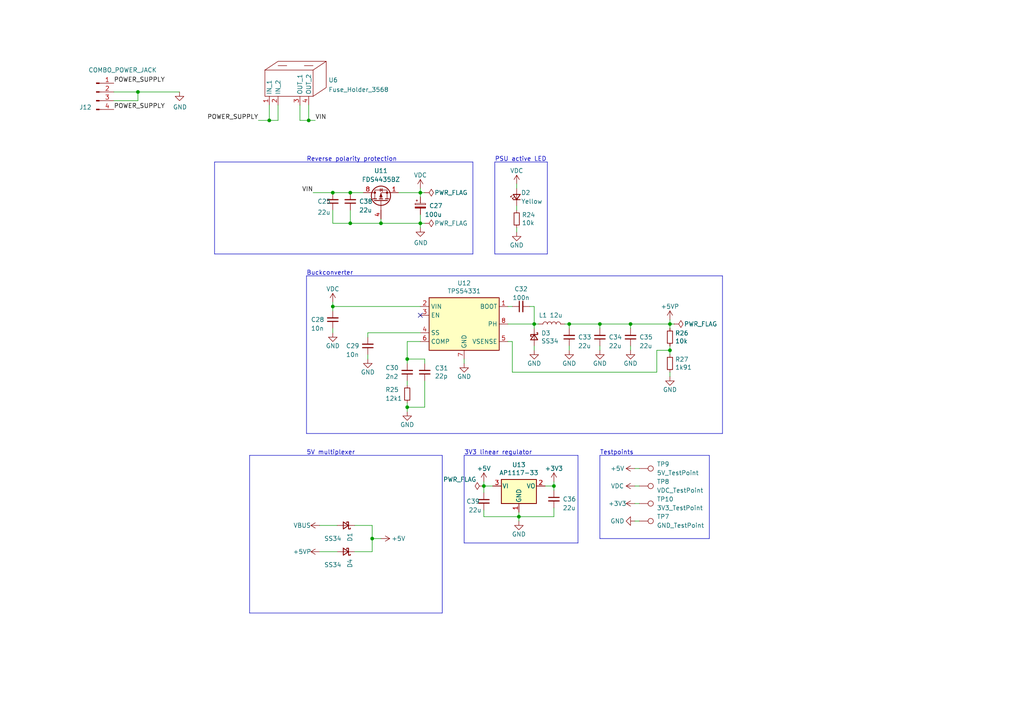
<source format=kicad_sch>
(kicad_sch (version 20231120) (generator "eeschema") (generator_version "8.0")
  (paper "A4")
  (title_block (title "LumenPnP Motherboard") (date "2022-03-29") (rev "003") (company "Opulo"))
  (lib_symbols
    (symbol "Connector:Conn_01x04_Male" (pin_names (offset 1.016) hide)
      (property "Reference" "J" (at 0 5.08 0))
      (property "Value" "Conn_01x04_Male" (at 0 -7.62 0))
      (symbol "Conn_01x04_Male_1_1"
        (polyline (pts (xy 1.27 -5.08) (xy 0.8636 -5.08)) (stroke (width 0.1524)))
        (polyline (pts (xy 1.27 -2.54) (xy 0.8636 -2.54)) (stroke (width 0.1524)))
        (polyline (pts (xy 1.27 0) (xy 0.8636 0)) (stroke (width 0.1524)))
        (polyline (pts (xy 1.27 2.54) (xy 0.8636 2.54)) (stroke (width 0.1524)))
        (rectangle (start 0.8636 -4.953) (end 0 -5.207) (stroke (width 0.1524)) (fill (type outline)))
        (rectangle (start 0.8636 -2.413) (end 0 -2.667) (stroke (width 0.1524)) (fill (type outline)))
        (rectangle (start 0.8636 0.127) (end 0 -0.127) (stroke (width 0.1524)) (fill (type outline)))
        (rectangle (start 0.8636 2.667) (end 0 2.413) (stroke (width 0.1524)) (fill (type outline)))
        (pin passive line (at 5.08 2.54 180) (length 3.81) (name "Pin_1") (number "1"))
        (pin passive line (at 5.08 0 180) (length 3.81) (name "Pin_2") (number "2"))
        (pin passive line (at 5.08 -2.54 180) (length 3.81) (name "Pin_3") (number "3"))
        (pin passive line (at 5.08 -5.08 180) (length 3.81) (name "Pin_4") (number "4"))
      )
    )
    (symbol "Connector:TestPoint" (pin_numbers hide) (pin_names (offset 0.762) hide)
      (property "Reference" "TP" (at 0 6.858 0))
      (property "Value" "TestPoint" (at 0 5.08 0))
      (symbol "TestPoint_0_1"
        (circle (center 0 3.302) (radius 0.762))
      )
      (symbol "TestPoint_1_1"
        (pin passive line (at 0 0 90) (length 2.54) (name "1") (number "1"))
      )
    )
    (symbol "Device:C_Polarized_Small" (pin_numbers hide) (pin_names (offset 0.254) hide)
      (property "Reference" "C" (at 0.254 1.778 0))
      (property "Value" "C_Polarized_Small" (at 0.254 -2.032 0))
      (symbol "C_Polarized_Small_0_1"
        (rectangle (start -1.524 -0.3048) (end 1.524 -0.6858) (fill (type outline)))
        (rectangle (start -1.524 0.6858) (end 1.524 0.3048))
        (polyline (pts (xy -1.27 1.524) (xy -0.762 1.524)))
        (polyline (pts (xy -1.016 1.27) (xy -1.016 1.778)))
      )
      (symbol "C_Polarized_Small_1_1"
        (pin passive line (at 0 2.54 270) (length 1.8542) (name "~") (number "1"))
        (pin passive line (at 0 -2.54 90) (length 1.8542) (name "~") (number "2"))
      )
    )
    (symbol "Device:C_Small" (pin_numbers hide) (pin_names (offset 0.254) hide)
      (property "Reference" "C" (at 0.254 1.778 0))
      (property "Value" "C_Small" (at 0.254 -2.032 0))
      (symbol "C_Small_0_1"
        (polyline (pts (xy -1.524 -0.508) (xy 1.524 -0.508)) (stroke (width 0.3302)))
        (polyline (pts (xy -1.524 0.508) (xy 1.524 0.508)) (stroke (width 0.3048)))
      )
      (symbol "C_Small_1_1"
        (pin passive line (at 0 2.54 270) (length 2.032) (name "~") (number "1"))
        (pin passive line (at 0 -2.54 90) (length 2.032) (name "~") (number "2"))
      )
    )
    (symbol "Device:D_Schottky_Small" (pin_numbers hide) (pin_names (offset 0.254) hide)
      (property "Reference" "D" (at -1.27 2.032 0))
      (property "Value" "D_Schottky_Small" (at -7.112 -2.032 0))
      (symbol "D_Schottky_Small_0_1"
        (polyline (pts (xy -0.762 0) (xy 0.762 0)))
        (polyline (pts (xy 0.762 -1.016) (xy -0.762 0) (xy 0.762 1.016) (xy 0.762 -1.016)) (stroke (width 0.254)))
        (polyline (pts (xy -1.27 0.762) (xy -1.27 1.016) (xy -0.762 1.016) (xy -0.762 -1.016) (xy -0.254 -1.016) (xy -0.254 -0.762)) (stroke (width 0.254)))
      )
      (symbol "D_Schottky_Small_1_1"
        (pin passive line (at -2.54 0 0) (length 1.778) (name "K") (number "1"))
        (pin passive line (at 2.54 0 180) (length 1.778) (name "A") (number "2"))
      )
    )
    (symbol "Device:L" (pin_numbers hide) (pin_names (offset 1.016) hide)
      (property "Reference" "L" (at -1.27 0 90))
      (property "Value" "L" (at 1.905 0 90))
      (symbol "L_0_1"
        (arc (start 0 -2.54) (mid 0.6323 -1.905) (end 0 -1.27))
        (arc (start 0 -1.27) (mid 0.6323 -0.635) (end 0 0))
        (arc (start 0 0) (mid 0.6323 0.635) (end 0 1.27))
        (arc (start 0 1.27) (mid 0.6323 1.905) (end 0 2.54))
      )
      (symbol "L_1_1"
        (pin passive line (at 0 3.81 270) (length 1.27) (name "1") (number "1"))
        (pin passive line (at 0 -3.81 90) (length 1.27) (name "2") (number "2"))
      )
    )
    (symbol "Device:LED_Small" (pin_numbers hide) (pin_names (offset 0.254) hide)
      (property "Reference" "D" (at -1.27 3.175 0))
      (property "Value" "LED_Small" (at -4.445 -2.54 0))
      (symbol "LED_Small_0_1"
        (polyline (pts (xy -0.762 -1.016) (xy -0.762 1.016)) (stroke (width 0.254)))
        (polyline (pts (xy 1.016 0) (xy -0.762 0)))
        (polyline (pts (xy 0.762 -1.016) (xy -0.762 0) (xy 0.762 1.016) (xy 0.762 -1.016)) (stroke (width 0.254)))
        (polyline (pts (xy 0 0.762) (xy -0.508 1.27) (xy -0.254 1.27) (xy -0.508 1.27) (xy -0.508 1.016)))
        (polyline (pts (xy 0.508 1.27) (xy 0 1.778) (xy 0.254 1.778) (xy 0 1.778) (xy 0 1.524)))
      )
      (symbol "LED_Small_1_1"
        (pin passive line (at -2.54 0 0) (length 1.778) (name "K") (number "1"))
        (pin passive line (at 2.54 0 180) (length 1.778) (name "A") (number "2"))
      )
    )
    (symbol "Device:R_Small" (pin_numbers hide) (pin_names (offset 0.254) hide)
      (property "Reference" "R" (at 0.762 0.508 0))
      (property "Value" "R_Small" (at 0.762 -1.016 0))
      (symbol "R_Small_0_1"
        (rectangle (start -0.762 1.778) (end 0.762 -1.778) (stroke (width 0.2032)))
      )
      (symbol "R_Small_1_1"
        (pin passive line (at 0 2.54 270) (length 0.762) (name "~") (number "1"))
        (pin passive line (at 0 -2.54 90) (length 0.762) (name "~") (number "2"))
      )
    )
    (symbol "Regulator_Linear:AP1117-33" (pin_names (offset 0.254))
      (property "Reference" "U" (at -3.81 3.175 0))
      (property "Value" "AP1117-33" (at 0 3.175 0))
      (symbol "AP1117-33_0_1"
        (rectangle (start -5.08 -5.08) (end 5.08 1.905) (stroke (width 0.254)) (fill (type background)))
      )
      (symbol "AP1117-33_1_1"
        (pin power_in line (at 0 -7.62 90) (length 2.54) (name "GND") (number "1"))
        (pin power_out line (at 7.62 0 180) (length 2.54) (name "VO") (number "2"))
        (pin power_in line (at -7.62 0 0) (length 2.54) (name "VI") (number "3"))
      )
    )
    (symbol "index:FDS4435BZ" (pin_names hide)
      (property "Reference" "Q" (at 5.08 1.905 0))
      (property "Value" "FDS4435BZ" (at 5.08 0 0))
      (symbol "FDS4435BZ_0_1"
        (polyline (pts (xy 0.254 0) (xy -2.54 0)))
        (polyline (pts (xy 0.254 1.905) (xy 0.254 -1.905)) (stroke (width 0.254)))
        (polyline (pts (xy 0.762 -1.27) (xy 0.762 -2.286)) (stroke (width 0.254)))
        (polyline (pts (xy 0.762 0.508) (xy 0.762 -0.508)) (stroke (width 0.254)))
        (polyline (pts (xy 0.762 2.286) (xy 0.762 1.27)) (stroke (width 0.254)))
        (polyline (pts (xy 2.54 2.54) (xy 2.54 1.778)))
        (polyline (pts (xy 2.54 -2.54) (xy 2.54 0) (xy 0.762 0)))
        (polyline (pts (xy 0.762 1.778) (xy 3.302 1.778) (xy 3.302 -1.778) (xy 0.762 -1.778)))
        (polyline (pts (xy 2.286 0) (xy 1.27 0.381) (xy 1.27 -0.381) (xy 2.286 0)) (fill (type outline)))
        (polyline (pts (xy 2.794 -0.508) (xy 2.921 -0.381) (xy 3.683 -0.381) (xy 3.81 -0.254)))
        (polyline (pts (xy 3.302 -0.381) (xy 2.921 0.254) (xy 3.683 0.254) (xy 3.302 -0.381)))
        (circle (center 1.651 0) (radius 2.794) (stroke (width 0.254)))
        (circle (center 2.54 -1.778) (radius 0.254) (fill (type outline)))
        (circle (center 2.54 1.778) (radius 0.254) (fill (type outline)))
      )
      (symbol "FDS4435BZ_1_1"
        (pin passive line (at 2.54 -5.08 90) (length 2.54) (name "S") (number "1"))
        (pin passive line (at 2.54 -5.08 90) (length 2.54) hide (name "S") (number "2"))
        (pin passive line (at 2.54 -5.08 90) (length 2.54) hide (name "S") (number "3"))
        (pin passive line (at -5.08 0 0) (length 2.54) (name "G") (number "4"))
        (pin passive line (at 2.54 5.08 270) (length 2.54) hide (name "D") (number "5"))
        (pin passive line (at 2.54 5.08 270) (length 2.54) hide (name "D") (number "6"))
        (pin passive line (at 2.54 5.08 270) (length 2.54) hide (name "D") (number "7"))
        (pin passive line (at 2.54 5.08 270) (length 2.54) (name "D") (number "8"))
      )
    )
    (symbol "index:Fuse_Holder_3568"
      (property "Reference" "U" (at 7.62 11.43 0))
      (property "Value" "Fuse_Holder_3568" (at 0 21.59 0))
      (symbol "Fuse_Holder_3568_0_1"
        (polyline (pts (xy -10.16 17.78) (xy 3.81 17.78)))
        (polyline (pts (xy -6.35 19.05) (xy -3.81 19.05)))
        (polyline (pts (xy 3.81 19.05) (xy 1.27 19.05)))
        (polyline (pts (xy -10.16 17.78) (xy -10.16 10.16) (xy 3.81 10.16)))
        (polyline (pts (xy 3.81 10.16) (xy 7.62 12.7) (xy 7.62 20.32)))
        (polyline (pts (xy -10.16 17.78) (xy -6.35 20.32) (xy 7.62 20.32) (xy 3.81 17.78) (xy 3.81 10.16)))
      )
      (symbol "Fuse_Holder_3568_1_1"
        (pin passive line (at -8.89 7.62 90) (length 2.54) (name "IN_1") (number "1"))
        (pin passive line (at -6.35 7.62 90) (length 2.54) (name "IN_2") (number "2"))
        (pin passive line (at 0 7.62 90) (length 2.54) (name "OUT_1") (number "3"))
        (pin passive line (at 2.54 7.62 90) (length 2.54) (name "OUT_2") (number "4"))
      )
    )
    (symbol "index:TPS54331"
      (property "Reference" "U" (at -8.89 8.89 0))
      (property "Value" "TPS54331" (at 3.81 8.89 0))
      (symbol "TPS54331_1_1"
        (rectangle (start -10.16 7.62) (end 10.16 -7.62) (stroke (width 0.254)) (fill (type background)))
        (pin output line (at 12.7 5.08 180) (length 2.54) (name "BOOT") (number "1"))
        (pin power_in line (at -12.7 5.08 0) (length 2.54) (name "VIN") (number "2"))
        (pin input line (at -12.7 2.54 0) (length 2.54) (name "EN") (number "3"))
        (pin output line (at -12.7 -2.54 0) (length 2.54) (name "SS") (number "4"))
        (pin input line (at 12.7 -5.08 180) (length 2.54) (name "VSENSE") (number "5"))
        (pin output line (at -12.7 -5.08 0) (length 2.54) (name "COMP") (number "6"))
        (pin power_in line (at 0 -10.16 90) (length 2.54) (name "GND") (number "7"))
        (pin output line (at 12.7 0 180) (length 2.54) (name "PH") (number "8"))
      )
    )
    (symbol "power:+3V3" (power) (pin_names (offset 0))
      (property "Value" "+3V3" (at 0 3.556 0))
      (symbol "+3V3_0_1"
        (polyline (pts (xy -0.762 1.27) (xy 0 2.54)))
        (polyline (pts (xy 0 0) (xy 0 2.54)))
        (polyline (pts (xy 0 2.54) (xy 0.762 1.27)))
      )
      (symbol "+3V3_1_1"
        (pin power_in line (at 0 0 90) (length 0) hide (name "+3V3") (number "1"))
      )
    )
    (symbol "power:+5V" (power) (pin_names (offset 0))
      (property "Value" "+5V" (at 0 3.556 0))
      (symbol "+5V_0_1"
        (polyline (pts (xy -0.762 1.27) (xy 0 2.54)))
        (polyline (pts (xy 0 0) (xy 0 2.54)))
        (polyline (pts (xy 0 2.54) (xy 0.762 1.27)))
      )
      (symbol "+5V_1_1"
        (pin power_in line (at 0 0 90) (length 0) hide (name "+5V") (number "1"))
      )
    )
    (symbol "power:+5VP" (power) (pin_names (offset 0))
      (property "Value" "+5VP" (at 0 3.556 0))
      (symbol "+5VP_0_1"
        (polyline (pts (xy -0.762 1.27) (xy 0 2.54)))
        (polyline (pts (xy 0 0) (xy 0 2.54)))
        (polyline (pts (xy 0 2.54) (xy 0.762 1.27)))
      )
      (symbol "+5VP_1_1"
        (pin power_in line (at 0 0 90) (length 0) hide (name "+5VP") (number "1"))
      )
    )
    (symbol "power:GND" (power) (pin_names (offset 0))
      (property "Value" "GND" (at 0 -3.81 0))
      (symbol "GND_0_1"
        (polyline (pts (xy 0 0) (xy 0 -1.27) (xy 1.27 -1.27) (xy 0 -2.54) (xy -1.27 -1.27) (xy 0 -1.27)))
      )
      (symbol "GND_1_1"
        (pin power_in line (at 0 0 270) (length 0) hide (name "GND") (number "1"))
      )
    )
    (symbol "power:PWR_FLAG" (power) (pin_numbers hide) (pin_names (offset 0) hide)
      (property "Value" "PWR_FLAG" (at 0 3.81 0))
      (symbol "PWR_FLAG_0_0"
        (pin power_out line (at 0 0 90) (length 0) (name "pwr") (number "1"))
      )
      (symbol "PWR_FLAG_0_1"
        (polyline (pts (xy 0 0) (xy 0 1.27) (xy -1.016 1.905) (xy 0 2.54) (xy 1.016 1.905) (xy 0 1.27)))
      )
    )
    (symbol "power:VBUS" (power) (pin_names (offset 0))
      (property "Value" "VBUS" (at 0 3.81 0))
      (symbol "VBUS_0_1"
        (polyline (pts (xy -0.762 1.27) (xy 0 2.54)))
        (polyline (pts (xy 0 0) (xy 0 2.54)))
        (polyline (pts (xy 0 2.54) (xy 0.762 1.27)))
      )
      (symbol "VBUS_1_1"
        (pin power_in line (at 0 0 90) (length 0) hide (name "VBUS") (number "1"))
      )
    )
    (symbol "power:VDC" (power) (pin_names (offset 0))
      (property "Value" "VDC" (at 0 6.35 0))
      (symbol "VDC_0_1"
        (polyline (pts (xy -0.762 1.27) (xy 0 2.54)))
        (polyline (pts (xy 0 0) (xy 0 2.54)))
        (polyline (pts (xy 0 2.54) (xy 0.762 1.27)))
      )
      (symbol "VDC_1_1"
        (pin power_in line (at 0 0 90) (length 0) hide (name "VDC") (number "1"))
      )
    )
  )
  (junction (at 182.88 93.98))
  (junction (at 118.11 118.11))
  (junction (at 194.31 93.98))
  (junction (at 121.92 55.88))
  (junction (at 121.92 64.77))
  (junction (at 150.495 149.86))
  (junction (at 107.95 156.21))
  (junction (at 118.11 104.14))
  (junction (at 40.005 26.67))
  (junction (at 140.335 140.97))
  (junction (at 89.535 34.925))
  (junction (at 160.655 140.97))
  (junction (at 154.94 93.98))
  (junction (at 96.52 55.88))
  (junction (at 110.49 64.77))
  (junction (at 165.1 93.98))
  (junction (at 173.99 93.98))
  (junction (at 101.6 64.77))
  (junction (at 78.105 34.925))
  (junction (at 101.6 55.88))
  (junction (at 194.31 101.6))
  (junction (at 96.52 88.9))
  (no_connect (at 121.92 91.44))
  (polyline (pts (xy 173.99 132.08) (xy 173.99 156.21)))
  (wire (pts (xy 33.02 29.21) (xy 40.005 29.21)))
  (wire (pts (xy 40.005 26.67) (xy 52.07 26.67)))
  (polyline (pts (xy 167.64 157.48) (xy 134.62 157.48)))
  (polyline (pts (xy 62.23 46.99) (xy 137.16 46.99)))
  (polyline (pts (xy 134.62 132.08) (xy 167.64 132.08)))
  (wire (pts (xy 107.95 160.02) (xy 107.95 156.21)))
  (wire (pts (xy 92.71 160.02) (xy 97.79 160.02)))
  (polyline (pts (xy 158.75 46.99) (xy 158.75 73.66)))
  (polyline (pts (xy 72.39 132.08) (xy 128.27 132.08)))
  (wire (pts (xy 96.52 95.25) (xy 96.52 96.52)))
  (wire (pts (xy 194.31 93.98) (xy 194.31 95.25)))
  (polyline (pts (xy 62.23 46.99) (xy 62.23 73.66)))
  (wire (pts (xy 102.87 160.02) (xy 107.95 160.02)))
  (wire (pts (xy 154.94 88.9) (xy 154.94 93.98)))
  (polyline (pts (xy 72.39 132.08) (xy 72.39 177.8)))
  (wire (pts (xy 121.92 55.88) (xy 123.19 55.88)))
  (wire (pts (xy 184.15 151.13) (xy 185.42 151.13)))
  (wire (pts (xy 123.19 118.11) (xy 123.19 110.49)))
  (wire (pts (xy 106.68 102.87) (xy 106.68 104.14)))
  (wire (pts (xy 148.59 99.06) (xy 148.59 107.95)))
  (wire (pts (xy 89.535 30.48) (xy 89.535 34.925)))
  (wire (pts (xy 33.02 26.67) (xy 40.005 26.67)))
  (wire (pts (xy 182.88 100.33) (xy 182.88 101.6)))
  (wire (pts (xy 190.5 107.95) (xy 190.5 101.6)))
  (wire (pts (xy 110.49 63.5) (xy 110.49 64.77)))
  (wire (pts (xy 184.15 146.05) (xy 185.42 146.05)))
  (wire (pts (xy 190.5 101.6) (xy 194.31 101.6)))
  (polyline (pts (xy 173.99 132.08) (xy 205.74 132.08)))
  (wire (pts (xy 154.94 93.98) (xy 156.21 93.98)))
  (wire (pts (xy 78.105 34.925) (xy 80.645 34.925)))
  (wire (pts (xy 118.11 104.14) (xy 118.11 99.06)))
  (wire (pts (xy 118.11 116.84) (xy 118.11 118.11)))
  (wire (pts (xy 147.32 99.06) (xy 148.59 99.06)))
  (wire (pts (xy 148.59 88.9) (xy 147.32 88.9)))
  (wire (pts (xy 96.52 55.88) (xy 101.6 55.88)))
  (wire (pts (xy 163.83 93.98) (xy 165.1 93.98)))
  (polyline (pts (xy 205.74 132.08) (xy 205.74 156.21)))
  (wire (pts (xy 121.92 64.77) (xy 110.49 64.77)))
  (wire (pts (xy 102.87 152.4) (xy 107.95 152.4)))
  (wire (pts (xy 140.335 147.955) (xy 140.335 149.86)))
  (wire (pts (xy 121.92 54.61) (xy 121.92 55.88)))
  (wire (pts (xy 40.005 26.67) (xy 40.005 29.21)))
  (wire (pts (xy 86.995 34.925) (xy 89.535 34.925)))
  (wire (pts (xy 121.92 64.77) (xy 123.19 64.77)))
  (wire (pts (xy 121.92 64.77) (xy 121.92 66.04)))
  (polyline (pts (xy 209.55 125.73) (xy 88.9 125.73)))
  (wire (pts (xy 123.19 104.14) (xy 118.11 104.14)))
  (wire (pts (xy 173.99 100.33) (xy 173.99 101.6)))
  (wire (pts (xy 154.94 100.33) (xy 154.94 101.6)))
  (wire (pts (xy 89.535 34.925) (xy 91.44 34.925)))
  (wire (pts (xy 118.11 118.11) (xy 118.11 119.38)))
  (wire (pts (xy 140.335 149.86) (xy 150.495 149.86)))
  (polyline (pts (xy 134.62 132.08) (xy 134.62 157.48)))
  (polyline (pts (xy 128.27 177.8) (xy 72.39 177.8)))
  (wire (pts (xy 154.94 93.98) (xy 154.94 95.25)))
  (wire (pts (xy 140.335 139.7) (xy 140.335 140.97)))
  (wire (pts (xy 96.52 88.9) (xy 96.52 90.17)))
  (wire (pts (xy 101.6 55.88) (xy 105.41 55.88)))
  (wire (pts (xy 148.59 107.95) (xy 190.5 107.95)))
  (wire (pts (xy 184.15 140.97) (xy 185.42 140.97)))
  (wire (pts (xy 150.495 149.86) (xy 150.495 151.13)))
  (wire (pts (xy 107.95 156.21) (xy 110.49 156.21)))
  (wire (pts (xy 149.86 66.04) (xy 149.86 67.31)))
  (wire (pts (xy 160.655 147.32) (xy 160.655 149.86)))
  (wire (pts (xy 149.86 59.69) (xy 149.86 60.96)))
  (wire (pts (xy 107.95 152.4) (xy 107.95 156.21)))
  (wire (pts (xy 160.655 139.7) (xy 160.655 140.97)))
  (wire (pts (xy 194.31 92.71) (xy 194.31 93.98)))
  (wire (pts (xy 106.68 96.52) (xy 121.92 96.52)))
  (wire (pts (xy 118.11 110.49) (xy 118.11 111.76)))
  (wire (pts (xy 194.31 100.33) (xy 194.31 101.6)))
  (wire (pts (xy 96.52 87.63) (xy 96.52 88.9)))
  (polyline (pts (xy 158.75 73.66) (xy 143.51 73.66)))
  (wire (pts (xy 147.32 93.98) (xy 154.94 93.98)))
  (wire (pts (xy 194.31 101.6) (xy 194.31 102.87)))
  (wire (pts (xy 194.31 109.22) (xy 194.31 107.95)))
  (polyline (pts (xy 88.9 80.01) (xy 88.9 125.73)))
  (wire (pts (xy 92.71 152.4) (xy 97.79 152.4)))
  (wire (pts (xy 173.99 93.98) (xy 182.88 93.98)))
  (wire (pts (xy 165.1 100.33) (xy 165.1 101.6)))
  (wire (pts (xy 118.11 104.14) (xy 118.11 105.41)))
  (wire (pts (xy 182.88 93.98) (xy 194.31 93.98)))
  (wire (pts (xy 140.335 140.97) (xy 142.875 140.97)))
  (wire (pts (xy 140.335 140.97) (xy 140.335 142.875)))
  (polyline (pts (xy 209.55 80.01) (xy 209.55 125.73)))
  (wire (pts (xy 90.805 55.88) (xy 96.52 55.88)))
  (wire (pts (xy 160.655 149.86) (xy 150.495 149.86)))
  (polyline (pts (xy 143.51 46.99) (xy 143.51 73.66)))
  (polyline (pts (xy 167.64 132.08) (xy 167.64 157.48)))
  (wire (pts (xy 158.115 140.97) (xy 160.655 140.97)))
  (wire (pts (xy 134.62 104.14) (xy 134.62 105.41)))
  (polyline (pts (xy 205.74 156.21) (xy 173.99 156.21)))
  (wire (pts (xy 165.1 93.98) (xy 173.99 93.98)))
  (wire (pts (xy 96.52 60.96) (xy 96.52 64.77)))
  (wire (pts (xy 184.15 135.89) (xy 185.42 135.89)))
  (wire (pts (xy 150.495 148.59) (xy 150.495 149.86)))
  (wire (pts (xy 153.67 88.9) (xy 154.94 88.9)))
  (wire (pts (xy 194.31 93.98) (xy 195.58 93.98)))
  (wire (pts (xy 182.88 93.98) (xy 182.88 95.25)))
  (wire (pts (xy 149.86 53.34) (xy 149.86 54.61)))
  (wire (pts (xy 118.11 99.06) (xy 121.92 99.06)))
  (wire (pts (xy 165.1 93.98) (xy 165.1 95.25)))
  (wire (pts (xy 121.92 62.23) (xy 121.92 64.77)))
  (wire (pts (xy 173.99 93.98) (xy 173.99 95.25)))
  (polyline (pts (xy 137.16 73.66) (xy 62.23 73.66)))
  (wire (pts (xy 101.6 64.77) (xy 101.6 60.96)))
  (wire (pts (xy 96.52 64.77) (xy 101.6 64.77)))
  (wire (pts (xy 115.57 55.88) (xy 121.92 55.88)))
  (wire (pts (xy 160.655 142.24) (xy 160.655 140.97)))
  (polyline (pts (xy 88.9 80.01) (xy 209.55 80.01)))
  (wire (pts (xy 78.105 30.48) (xy 78.105 34.925)))
  (wire (pts (xy 74.93 34.925) (xy 78.105 34.925)))
  (wire (pts (xy 106.68 96.52) (xy 106.68 97.79)))
  (wire (pts (xy 121.92 55.88) (xy 121.92 57.15)))
  (polyline (pts (xy 137.16 46.99) (xy 137.16 73.66)))
  (wire (pts (xy 86.995 30.48) (xy 86.995 34.925)))
  (polyline (pts (xy 128.27 132.08) (xy 128.27 177.8)))
  (wire (pts (xy 96.52 88.9) (xy 121.92 88.9)))
  (wire (pts (xy 80.645 34.925) (xy 80.645 30.48)))
  (wire (pts (xy 101.6 64.77) (xy 110.49 64.77)))
  (polyline (pts (xy 143.51 46.99) (xy 158.75 46.99)))
  (wire (pts (xy 123.19 105.41) (xy 123.19 104.14)))
  (wire (pts (xy 118.11 118.11) (xy 123.19 118.11)))
  (text "Buckconverter" (at 88.9 80.01 0) (effects (font (size 1.27 1.27)) (justify left bottom)))
  (text "Reverse polarity protection" (at 88.9 46.99 0) (effects (font (size 1.27 1.27)) (justify left bottom)))
  (text "Testpoints" (at 173.99 132.08 0) (effects (font (size 1.27 1.27)) (justify left bottom)))
  (text "PSU active LED" (at 143.51 46.99 0) (effects (font (size 1.27 1.27)) (justify left bottom)))
  (text "3V3 linear regulator" (at 134.62 132.08 0) (effects (font (size 1.27 1.27)) (justify left bottom)))
  (text "5V multiplexer" (at 88.9 132.08 0) (effects (font (size 1.27 1.27)) (justify left bottom)))
  (label "VIN" (at 90.805 55.88 180))
  (label "POWER_SUPPLY" (at 74.93 34.925 180))
  (label "POWER_SUPPLY" (at 33.02 31.75 0))
  (label "VIN" (at 91.44 34.925 0))
  (label "POWER_SUPPLY" (at 33.02 24.13 0))
  (symbol (lib_id "Device:C_Polarized_Small") (at 121.92 59.69 0) (unit 1)
    (property "Reference" "C27" (at 124.46 59.69 0) (effects (justify left)))
    (property "Value" "100u" (at 123.19 62.23 0) (effects (justify left)))
    (property "Footprint" "Capacitor_SMD:CP_Elec_6.3x7.7" (effects (hide yes)))
    (property "Digikey" "493-2203-1-ND" (effects (hide yes)))
    (property "JLCPCB" "C99837" (effects (hide yes)))
    (property "LCSC" "C3339" (effects (hide yes)))
    (property "Mouser" "647-UWT1V101MCL1S" (effects (hide yes)))
    (property "Notes" "35V/20%/Aluminum" (effects (hide yes)))
  )
  (symbol (lib_id "Device:L") (at 160.02 93.98 90) (unit 1)
    (property "Reference" "L1" (at 157.48 91.44 90))
    (property "Value" "12u" (at 161.29 91.44 90))
    (property "Footprint" "Inductor_SMD:L_Coilcraft_XAL60xx_6.36x6.56mm" (effects (hide yes)))
    (property "Digikey" "ASPI-6045S-120M-TCT-ND" (effects (hide yes)))
    (property "LCSC" "C168077" (effects (hide yes)))
    (property "Mouser" "815-ASPI-6045S-120MT" (effects (hide yes)))
  )
  (symbol (lib_id "Device:R_Small") (at 194.31 97.79 0) (unit 1)
    (property "Reference" "R26" (at 195.8086 96.6216 0) (effects (justify left)))
    (property "Value" "10k" (at 195.8086 98.933 0) (effects (justify left)))
    (property "Footprint" "Resistor_SMD:R_0805_2012Metric" (effects (hide yes)))
    (property "Digikey" "RMCF0805FT10K0CT-ND" (effects (hide yes)))
    (property "JLCPCB" "C17414" (effects (hide yes)))
    (property "LCSC" "C115295" (effects (hide yes)))
    (property "Mouser" "71-CRCW080510K0FKEAC" (effects (hide yes)))
    (property "Notes" "125mW/1%" (effects (hide yes)))
  )
  (symbol (lib_id "Device:R_Small") (at 194.31 105.41 0) (unit 1)
    (property "Reference" "R27" (at 195.8086 104.2416 0) (effects (justify left)))
    (property "Value" "1k91" (at 195.8086 106.553 0) (effects (justify left)))
    (property "Footprint" "Resistor_SMD:R_0805_2012Metric" (effects (hide yes)))
    (property "Datasheet" "https://www.vishay.com/docs/20035/dcrcwe3.pdf" (effects (hide yes)))
    (property "Digikey" "541-1.91KCCT-ND" (effects (hide yes)))
    (property "JLCPCB" "C17401" (effects (hide yes)))
    (property "LCSC" "C17401" (effects (hide yes)))
    (property "Mouser" "71-CRCW08051K91FKEA" (effects (hide yes)))
    (property "Notes" "125mW/1%" (effects (hide yes)))
  )
  (symbol (lib_id "Device:C_Small") (at 96.52 92.71 180) (unit 1)
    (property "Reference" "C28" (at 90.17 92.71 0) (effects (justify right)))
    (property "Value" "10n" (at 90.17 95.25 0) (effects (justify right)))
    (property "Footprint" "Capacitor_SMD:C_0805_2012Metric" (effects (hide yes)))
    (property "Digikey" "1276-1015-1-ND" (effects (hide yes)))
    (property "JLCPCB" "C1710" (effects (hide yes)))
    (property "LCSC" "C1710" (effects (hide yes)))
    (property "Mouser" "187-CL21B103KBANNNC" (effects (hide yes)))
    (property "Notes" "50V/10%" (effects (hide yes)))
  )
  (symbol (lib_id "Regulator_Linear:AP1117-33") (at 150.495 140.97 0) (unit 1)
    (property "Reference" "U13" (at 150.495 134.8232 0))
    (property "Value" "AP1117-33" (at 150.495 137.1346 0))
    (property "Footprint" "Package_TO_SOT_SMD:SOT-223-3_TabPin2" (effects (hide yes)))
    (property "Datasheet" "http://www.diodes.com/datasheets/AP1117.pdf" (effects (hide yes)))
    (property "JLCPCB" "C108785" (effects (hide yes)))
    (property "LCSC" "C108785" (effects (hide yes)))
    (property "Digikey" "ZLDO1117G33DICT-ND" (effects (hide yes)))
    (property "Mouser" "522-ZLDO1117G33TA" (effects (hide yes)))
  )
  (symbol (lib_id "power:+3V3") (at 160.655 139.7 0) (unit 1)
    (property "Reference" "#PWR0161" (effects (hide yes)))
    (property "Value" "+3V3" (at 160.655 135.89 0))
  )
  (symbol (lib_id "power:GND") (at 150.495 151.13 0) (unit 1)
    (property "Reference" "#PWR0160" (effects (hide yes)))
    (property "Value" "GND" (at 150.495 154.94 0))
  )
  (symbol (lib_id "power:+5V") (at 140.335 139.7 0) (unit 1)
    (property "Reference" "#PWR0159" (effects (hide yes)))
    (property "Value" "+5V" (at 140.335 135.89 0))
  )
  (symbol (lib_id "Device:LED_Small") (at 149.86 57.15 90) (unit 1)
    (property "Reference" "D2" (at 151.13 55.88 90) (effects (justify right)))
    (property "Value" "Yellow" (at 151.13 58.42 90) (effects (justify right)))
    (property "Footprint" "LED_SMD:LED_0805_2012Metric" (effects (hide yes)))
    (property "Digikey" "732-4987-1-ND" (effects (hide yes)))
    (property "JLCPCB" "C2296" (effects (hide yes)))
    (property "LCSC" "C779458" (effects (hide yes)))
    (property "Mouser" "710-150080YS75000" (effects (hide yes)))
    (property "Notes" "20mA" (effects (hide yes)))
  )
  (symbol (lib_id "Device:R_Small") (at 149.86 63.5 0) (unit 1)
    (property "Reference" "R24" (at 151.3586 62.3316 0) (effects (justify left)))
    (property "Value" "10k" (at 151.3586 64.643 0) (effects (justify left)))
    (property "Footprint" "Resistor_SMD:R_0805_2012Metric" (effects (hide yes)))
    (property "Digikey" "RMCF0805FT10K0CT-ND" (effects (hide yes)))
    (property "JLCPCB" "C17414" (effects (hide yes)))
    (property "LCSC" "C115295" (effects (hide yes)))
    (property "Mouser" "71-CRCW080510K0FKEAC" (effects (hide yes)))
    (property "Notes" "125mW/1%" (effects (hide yes)))
  )
  (symbol (lib_id "power:GND") (at 149.86 67.31 0) (unit 1)
    (property "Reference" "#PWR0146" (effects (hide yes)))
    (property "Value" "GND" (at 149.86 71.12 0))
  )
  (symbol (lib_id "index:FDS4435BZ") (at 110.49 58.42 90) (unit 1)
    (property "Reference" "U11" (at 110.49 49.53 90))
    (property "Value" "FDS4435BZ" (at 110.49 52.07 90))
    (property "Footprint" "Package_SO:SO-8_3.9x4.9mm_P1.27mm" (effects (hide yes)))
    (property "JLCPCB" "C23931" (effects (hide yes)))
    (property "LCSC" "C23931" (effects (hide yes)))
    (property "Digikey" "FDS4435BZCT-ND" (effects (hide yes)))
    (property "Mouser" "512-FDS4435BZ" (effects (hide yes)))
    (property "Notes" "30V/8A" (effects (hide yes)))
  )
  (symbol (lib_id "power:GND") (at 194.31 109.22 0) (unit 1)
    (property "Reference" "#PWR0157" (effects (hide yes)))
    (property "Value" "GND" (at 194.31 113.03 0))
  )
  (symbol (lib_id "power:GND") (at 121.92 66.04 0) (unit 1)
    (property "Reference" "#PWR0143" (effects (hide yes)))
    (property "Value" "GND" (at 122.047 70.4342 0))
  )
  (symbol (lib_id "Device:D_Schottky_Small") (at 154.94 97.79 270) (unit 1)
    (property "Reference" "D3" (at 156.972 96.6216 90) (effects (justify left)))
    (property "Value" "SS34" (at 156.972 98.933 90) (effects (justify left)))
    (property "Footprint" "Diode_SMD:D_SMA" (effects (hide yes)))
    (property "LCSC" "C266553" (effects (hide yes)))
    (property "JLCPCB" "C8678" (effects (hide yes)))
    (property "Notes" "40V/3A" (effects (hide yes)))
    (property "Digikey" "641-2115-1-ND" (effects (hide yes)))
    (property "Mouser" "821-SS34LRVG" (effects (hide yes)))
  )
  (symbol (lib_id "power:GND") (at 154.94 101.6 0) (unit 1)
    (property "Reference" "#PWR0152" (effects (hide yes)))
    (property "Value" "GND" (at 154.94 105.41 0))
  )
  (symbol (lib_id "power:VDC") (at 96.52 87.63 0) (unit 1)
    (property "Reference" "#PWR0149" (effects (hide yes)))
    (property "Value" "VDC" (at 96.52 83.82 0))
  )
  (symbol (lib_id "power:VDC") (at 149.86 53.34 0) (unit 1)
    (property "Reference" "#PWR0145" (effects (hide yes)))
    (property "Value" "VDC" (at 149.86 49.53 0))
  )
  (symbol (lib_id "power:GND") (at 96.52 96.52 0) (unit 1)
    (property "Reference" "#PWR0147" (effects (hide yes)))
    (property "Value" "GND" (at 96.52 100.33 0))
  )
  (symbol (lib_id "Device:C_Small") (at 160.655 144.78 0) (unit 1)
    (property "Reference" "C36" (at 163.195 144.78 0) (effects (justify left)))
    (property "Value" "22u" (at 163.195 147.32 0) (effects (justify left)))
    (property "Footprint" "Capacitor_SMD:C_0805_2012Metric" (effects (hide yes)))
    (property "JLCPCB" "C15850" (effects (hide yes)))
    (property "LCSC" "C17024" (effects (hide yes)))
    (property "Digikey" "490-18663-1-ND" (effects (hide yes)))
    (property "Mouser" "81-GRM21BR61H106KE3L" (effects (hide yes)))
    (property "Notes" "50V/10%" (effects (hide yes)))
  )
  (symbol (lib_id "power:VBUS") (at 92.71 152.4 90) (unit 1)
    (property "Reference" "#PWR0158" (effects (hide yes)))
    (property "Value" "VBUS" (at 87.63 152.4 90))
  )
  (symbol (lib_id "power:PWR_FLAG") (at 195.58 93.98 270) (unit 1)
    (property "Reference" "#FLG026" (effects (hide yes)))
    (property "Value" "PWR_FLAG" (at 203.2 93.98 90))
  )
  (symbol (lib_id "power:PWR_FLAG") (at 123.19 55.88 270) (unit 1)
    (property "Reference" "#FLG024" (effects (hide yes)))
    (property "Value" "PWR_FLAG" (at 130.81 55.88 90))
  )
  (symbol (lib_id "power:GND") (at 134.62 105.41 0) (unit 1)
    (property "Reference" "#PWR0151" (effects (hide yes)))
    (property "Value" "GND" (at 134.62 109.22 0))
  )
  (symbol (lib_id "index:TPS54331") (at 134.62 93.98 0) (unit 1)
    (property "Reference" "U12" (at 134.62 82.1182 0))
    (property "Value" "TPS54331" (at 134.62 84.4296 0))
    (property "Footprint" "Package_SO:SOIC-8_3.9x4.9mm_P1.27mm" (effects (hide yes)))
    (property "Datasheet" "https://www.ti.com/lit/ds/symlink/tps54331.pdf" (effects (hide yes)))
    (property "LCSC" "C9865" (effects (hide yes)))
    (property "JLCPCB" "C9865" (effects (hide yes)))
    (property "Digikey" "296-26991-1-ND" (effects (hide yes)))
    (property "Mouser" "595-TPS54331DR" (effects (hide yes)))
    (property "Notes" "Can use the tube version 296-23626-5-ND" (effects (hide yes)))
  )
  (symbol (lib_id "Device:C_Small") (at 151.13 88.9 90) (unit 1)
    (property "Reference" "C32" (at 151.13 83.82 90))
    (property "Value" "100n" (at 151.13 86.36 90))
    (property "Footprint" "Capacitor_SMD:C_0805_2012Metric" (effects (hide yes)))
    (property "Digikey" "1276-1180-1-ND" (effects (hide yes)))
    (property "JLCPCB" "C49678" (effects (hide yes)))
    (property "LCSC" "C360619" (effects (hide yes)))
    (property "Mouser" "581-08055C104K" (effects (hide yes)))
    (property "Notes" "50V/10%" (effects (hide yes)))
  )
  (symbol (lib_id "Device:C_Small") (at 106.68 100.33 180) (unit 1)
    (property "Reference" "C29" (at 100.33 100.33 0) (effects (justify right)))
    (property "Value" "10n" (at 100.33 102.87 0) (effects (justify right)))
    (property "Footprint" "Capacitor_SMD:C_0805_2012Metric" (effects (hide yes)))
    (property "Digikey" "1276-1015-1-ND" (effects (hide yes)))
    (property "JLCPCB" "C1710" (effects (hide yes)))
    (property "LCSC" "C1710" (effects (hide yes)))
    (property "Mouser" "187-CL21B103KBANNNC" (effects (hide yes)))
    (property "Notes" "50V/10%" (effects (hide yes)))
  )
  (symbol (lib_id "power:GND") (at 106.68 104.14 0) (unit 1)
    (property "Reference" "#PWR0148" (effects (hide yes)))
    (property "Value" "GND" (at 106.68 107.95 0))
  )
  (symbol (lib_id "Device:C_Small") (at 118.11 107.95 180) (unit 1)
    (property "Reference" "C30" (at 111.76 106.68 0) (effects (justify right)))
    (property "Value" "2n2" (at 111.76 109.22 0) (effects (justify right)))
    (property "Footprint" "Capacitor_SMD:C_0805_2012Metric" (effects (hide yes)))
    (property "Digikey" "1276-2993-1-ND" (effects (hide yes)))
    (property "JLCPCB" "C28260" (effects (hide yes)))
    (property "LCSC" "C28260" (effects (hide yes)))
    (property "Mouser" "187-CL21C222JBFNNNE" (effects (hide yes)))
    (property "Notes" "50V/10%" (effects (hide yes)))
  )
  (symbol (lib_id "Device:C_Small") (at 123.19 107.95 180) (unit 1)
    (property "Reference" "C31" (at 126.111 106.7816 0) (effects (justify right)))
    (property "Value" "22p" (at 126.111 109.093 0) (effects (justify right)))
    (property "Footprint" "Capacitor_SMD:C_0805_2012Metric" (effects (hide yes)))
    (property "Digikey" "311-1103-1-ND" (effects (hide yes)))
    (property "JLCPCB" "C1804" (effects (hide yes)))
    (property "LCSC" "C123642" (effects (hide yes)))
    (property "Mouser" "603-CC805JRNPO9BN220" (effects (hide yes)))
    (property "Notes" "50V/5%" (effects (hide yes)))
  )
  (symbol (lib_id "power:GND") (at 118.11 119.38 0) (unit 1)
    (property "Reference" "#PWR0150" (effects (hide yes)))
    (property "Value" "GND" (at 118.11 123.19 0))
  )
  (symbol (lib_id "power:GND") (at 165.1 101.6 0) (unit 1)
    (property "Reference" "#PWR0153" (effects (hide yes)))
    (property "Value" "GND" (at 165.1 105.41 0))
  )
  (symbol (lib_id "power:GND") (at 173.99 101.6 0) (unit 1)
    (property "Reference" "#PWR0154" (effects (hide yes)))
    (property "Value" "GND" (at 173.99 105.41 0))
  )
  (symbol (lib_id "Device:C_Small") (at 182.88 97.79 180) (unit 1)
    (property "Reference" "C35" (at 185.42 97.79 0) (effects (justify right)))
    (property "Value" "22u" (at 185.42 100.33 0) (effects (justify right)))
    (property "Footprint" "Capacitor_SMD:C_0805_2012Metric" (effects (hide yes)))
    (property "JLCPCB" "C45783" (effects (hide yes)))
    (property "LCSC" "C5674" (effects (hide yes)))
    (property "Notes" "25V/20%" (effects (hide yes)))
  )
  (symbol (lib_id "power:GND") (at 182.88 101.6 0) (unit 1)
    (property "Reference" "#PWR0155" (effects (hide yes)))
    (property "Value" "GND" (at 182.88 105.41 0))
  )
  (symbol (lib_id "Device:R_Small") (at 118.11 114.3 0) (unit 1)
    (property "Reference" "R25" (at 111.76 113.03 0) (effects (justify left)))
    (property "Value" "12k1" (at 111.76 115.57 0) (effects (justify left)))
    (property "Footprint" "Resistor_SMD:R_0805_2012Metric" (effects (hide yes)))
    (property "Datasheet" "https://www.vishay.com/docs/20035/dcrcwe3.pdf" (effects (hide yes)))
    (property "JLCPCB" "C17431" (effects (hide yes)))
    (property "LCSC" "C139928" (effects (hide yes)))
    (property "Notes" "125mW/1%" (effects (hide yes)))
    (property "Digikey" "541-12.1KCCT-ND" (effects (hide yes)))
    (property "Mouser" "71-CRCW0805-12.1K-E3" (effects (hide yes)))
  )
  (symbol (lib_id "Device:C_Small") (at 173.99 97.79 180) (unit 1)
    (property "Reference" "C34" (at 176.53 97.79 0) (effects (justify right)))
    (property "Value" "22u" (at 176.53 100.33 0) (effects (justify right)))
    (property "Footprint" "Capacitor_SMD:C_0805_2012Metric" (effects (hide yes)))
    (property "JLCPCB" "C45783" (effects (hide yes)))
    (property "LCSC" "C5674" (effects (hide yes)))
    (property "Notes" "25V/20%" (effects (hide yes)))
  )
  (symbol (lib_id "Device:C_Small") (at 165.1 97.79 180) (unit 1)
    (property "Reference" "C33" (at 167.64 97.79 0) (effects (justify right)))
    (property "Value" "22u" (at 167.64 100.33 0) (effects (justify right)))
    (property "Footprint" "Capacitor_SMD:C_0805_2012Metric" (effects (hide yes)))
    (property "JLCPCB" "C45783" (effects (hide yes)))
    (property "LCSC" "C5674" (effects (hide yes)))
    (property "Notes" "25V/20%" (effects (hide yes)))
  )
  (symbol (lib_id "Connector:TestPoint") (at 185.42 140.97 270) (mirror x) (unit 1)
    (property "Reference" "TP8" (at 190.5 139.7 90) (effects (justify left)))
    (property "Value" "VDC_TestPoint" (at 190.5 142.24 90) (effects (justify left)))
    (property "Footprint" "TestPoint:TestPoint_Pad_D2.0mm" (effects (hide yes)))
  )
  (symbol (lib_id "Connector:TestPoint") (at 185.42 135.89 270) (mirror x) (unit 1)
    (property "Reference" "TP9" (at 190.5 134.62 90) (effects (justify left)))
    (property "Value" "5V_TestPoint" (at 190.5 137.16 90) (effects (justify left)))
    (property "Footprint" "TestPoint:TestPoint_Pad_D2.0mm" (effects (hide yes)))
  )
  (symbol (lib_id "Connector:TestPoint") (at 185.42 146.05 270) (mirror x) (unit 1)
    (property "Reference" "TP10" (at 190.5 144.78 90) (effects (justify left)))
    (property "Value" "3V3_TestPoint" (at 190.5 147.32 90) (effects (justify left)))
    (property "Footprint" "TestPoint:TestPoint_Pad_D2.0mm" (effects (hide yes)))
  )
  (symbol (lib_id "power:+5V") (at 184.15 135.89 90) (mirror x) (unit 1)
    (property "Reference" "#PWR0195" (effects (hide yes)))
    (property "Value" "+5V" (at 179.07 135.89 90))
  )
  (symbol (lib_id "power:+3V3") (at 184.15 146.05 90) (mirror x) (unit 1)
    (property "Reference" "#PWR0196" (effects (hide yes)))
    (property "Value" "+3V3" (at 179.07 146.05 90))
  )
  (symbol (lib_id "power:VDC") (at 184.15 140.97 90) (mirror x) (unit 1)
    (property "Reference" "#PWR0197" (effects (hide yes)))
    (property "Value" "VDC" (at 179.07 140.97 90))
  )
  (symbol (lib_id "Connector:TestPoint") (at 185.42 151.13 270) (mirror x) (unit 1)
    (property "Reference" "TP7" (at 190.5 149.86 90) (effects (justify left)))
    (property "Value" "GND_TestPoint" (at 190.5 152.4 90) (effects (justify left)))
    (property "Footprint" "TestPoint:TestPoint_Pad_D2.0mm" (effects (hide yes)))
  )
  (symbol (lib_id "power:GND") (at 184.15 151.13 270) (mirror x) (unit 1)
    (property "Reference" "#PWR0198" (effects (hide yes)))
    (property "Value" "GND" (at 179.07 151.13 90))
  )
  (symbol (lib_id "power:PWR_FLAG") (at 123.19 64.77 270) (unit 1)
    (property "Reference" "#FLG0101" (effects (hide yes)))
    (property "Value" "PWR_FLAG" (at 130.81 64.77 90))
  )
  (symbol (lib_id "Device:D_Schottky_Small") (at 100.33 152.4 180) (unit 1)
    (property "Reference" "D1" (at 101.4984 154.432 90) (effects (justify left)))
    (property "Value" "SS34" (at 99.06 156.21 0) (effects (justify left)))
    (property "Footprint" "Diode_SMD:D_SMA" (effects (hide yes)))
    (property "LCSC" "C266553" (effects (hide yes)))
    (property "JLCPCB" "C8678" (effects (hide yes)))
    (property "Notes" "40V/3A" (effects (hide yes)))
    (property "Digikey" "641-2115-1-ND" (effects (hide yes)))
    (property "Mouser" "821-SS34LRVG" (effects (hide yes)))
  )
  (symbol (lib_id "power:VDC") (at 121.92 54.61 0) (unit 1)
    (property "Reference" "#PWR0111" (effects (hide yes)))
    (property "Value" "VDC" (at 121.92 50.8 0))
  )
  (symbol (lib_id "Device:C_Small") (at 96.52 58.42 180) (unit 1)
    (property "Reference" "C25" (at 92.075 58.42 0) (effects (justify right)))
    (property "Value" "22u" (at 92.075 61.595 0) (effects (justify right)))
    (property "Footprint" "Capacitor_SMD:C_0805_2012Metric" (effects (hide yes)))
    (property "JLCPCB" "C45783" (effects (hide yes)))
    (property "LCSC" "C5674" (effects (hide yes)))
    (property "Notes" "25V/20%" (effects (hide yes)))
  )
  (symbol (lib_id "Device:C_Small") (at 140.335 145.415 0) (unit 1)
    (property "Reference" "C39" (at 135.255 145.415 0) (effects (justify left)))
    (property "Value" "22u" (at 135.89 147.955 0) (effects (justify left)))
    (property "Footprint" "Capacitor_SMD:C_0805_2012Metric" (effects (hide yes)))
    (property "JLCPCB" "C15850" (effects (hide yes)))
    (property "LCSC" "C17024" (effects (hide yes)))
    (property "Digikey" "490-18663-1-ND" (effects (hide yes)))
    (property "Mouser" "81-GRM21BR61H106KE3L" (effects (hide yes)))
    (property "Notes" "50V/10%" (effects (hide yes)))
  )
  (symbol (lib_id "power:GND") (at 52.07 26.67 0) (unit 1)
    (property "Reference" "#PWR0246" (effects (hide yes)))
    (property "Value" "GND" (at 52.197 31.0642 0))
  )
  (symbol (lib_id "index:Fuse_Holder_3568") (at 86.995 38.1 0) (unit 1)
    (property "Reference" "U6" (at 95.25 23.2215 0) (effects (justify left)))
    (property "Value" "Fuse_Holder_3568" (at 95.25 25.9966 0) (effects (justify left)))
    (property "Footprint" "index:Fuse_Holder_3568" (effects (hide yes)))
    (property "Digikey" "36-3568-ND" (effects (hide yes)))
  )
  (symbol (lib_id "power:+5VP") (at 194.31 92.71 0) (unit 1)
    (property "Reference" "#PWR0244" (effects (hide yes)))
    (property "Value" "+5VP" (at 194.31 88.9 0))
  )
  (symbol (lib_id "power:PWR_FLAG") (at 140.335 140.97 90) (unit 1)
    (property "Reference" "#FLG0105" (effects (hide yes)))
    (property "Value" "PWR_FLAG" (at 133.35 139.065 90))
  )
  (symbol (lib_id "power:+5VP") (at 92.71 160.02 90) (unit 1)
    (property "Reference" "#PWR0245" (effects (hide yes)))
    (property "Value" "+5VP" (at 87.63 160.02 90))
  )
  (symbol (lib_id "power:+5V") (at 110.49 156.21 270) (unit 1)
    (property "Reference" "#PWR0116" (effects (hide yes)))
    (property "Value" "+5V" (at 115.57 156.21 90))
  )
  (symbol (lib_id "Device:D_Schottky_Small") (at 100.33 160.02 180) (unit 1)
    (property "Reference" "D4" (at 101.4984 162.052 90) (effects (justify left)))
    (property "Value" "SS34" (at 99.06 163.83 0) (effects (justify left)))
    (property "Footprint" "Diode_SMD:D_SMA" (effects (hide yes)))
    (property "LCSC" "C266553" (effects (hide yes)))
    (property "JLCPCB" "C8678" (effects (hide yes)))
    (property "Notes" "40V/3A" (effects (hide yes)))
    (property "Digikey" "641-2115-1-ND" (effects (hide yes)))
    (property "Mouser" "821-SS34LRVG" (effects (hide yes)))
  )
  (symbol (lib_id "Device:C_Small") (at 101.6 58.42 180) (unit 1)
    (property "Reference" "C38" (at 104.14 58.42 0) (effects (justify right)))
    (property "Value" "22u" (at 104.14 60.96 0) (effects (justify right)))
    (property "Footprint" "Capacitor_SMD:C_0805_2012Metric" (effects (hide yes)))
    (property "JLCPCB" "C45783" (effects (hide yes)))
    (property "LCSC" "C5674" (effects (hide yes)))
    (property "Notes" "25V/20%" (effects (hide yes)))
  )
  (symbol (lib_id "Connector:Conn_01x04_Male") (at 27.94 26.67 0) (unit 1)
    (property "Reference" "J12" (at 24.765 31.115 0))
    (property "Value" "COMBO_POWER_JACK" (at 35.56 20.32 0))
    (property "Footprint" "index:BarrelJack_Horizontal" (effects (hide yes)))
    (property "Digikey" "CP-102A-ND" (effects (hide yes)))
  )
)
</source>
